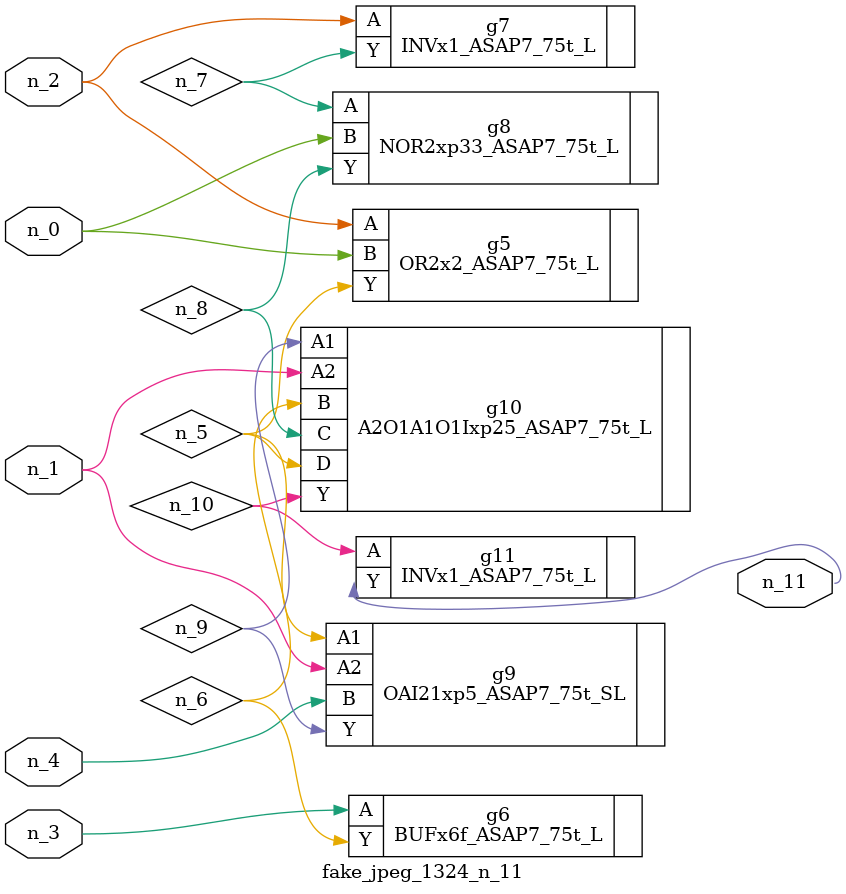
<source format=v>
module fake_jpeg_1324_n_11 (n_3, n_2, n_1, n_0, n_4, n_11);

input n_3;
input n_2;
input n_1;
input n_0;
input n_4;

output n_11;

wire n_10;
wire n_8;
wire n_9;
wire n_6;
wire n_5;
wire n_7;

OR2x2_ASAP7_75t_L g5 ( 
.A(n_2),
.B(n_0),
.Y(n_5)
);

BUFx6f_ASAP7_75t_L g6 ( 
.A(n_3),
.Y(n_6)
);

INVx1_ASAP7_75t_L g7 ( 
.A(n_2),
.Y(n_7)
);

NOR2xp33_ASAP7_75t_L g8 ( 
.A(n_7),
.B(n_0),
.Y(n_8)
);

OAI21xp5_ASAP7_75t_SL g9 ( 
.A1(n_5),
.A2(n_1),
.B(n_4),
.Y(n_9)
);

A2O1A1O1Ixp25_ASAP7_75t_L g10 ( 
.A1(n_9),
.A2(n_1),
.B(n_6),
.C(n_8),
.D(n_5),
.Y(n_10)
);

INVx1_ASAP7_75t_L g11 ( 
.A(n_10),
.Y(n_11)
);


endmodule
</source>
